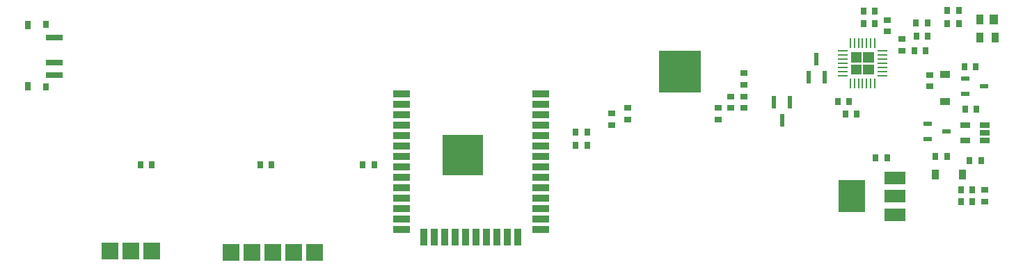
<source format=gtp>
G04*
G04 #@! TF.GenerationSoftware,Altium Limited,Altium Designer,19.0.14 (431)*
G04*
G04 Layer_Color=8421504*
%FSLAX44Y44*%
%MOMM*%
G71*
G01*
G75*
%ADD19R,0.9140X1.2190*%
%ADD20R,2.0000X2.0000*%
%ADD21R,0.8000X0.9000*%
%ADD22R,0.9000X1.3000*%
%ADD23R,1.1000X1.3000*%
%ADD24R,0.9000X0.8000*%
%ADD25R,0.2032X1.2000*%
%ADD26R,1.2000X0.2032*%
%ADD27R,5.1000X5.1000*%
%ADD28R,1.0500X0.6000*%
%ADD29R,2.5000X1.5000*%
%ADD30R,3.2500X4.0000*%
%ADD31R,0.6000X1.6000*%
%ADD32R,1.2190X0.9140*%
%ADD33R,1.3000X0.7000*%
%ADD34R,2.0000X0.9000*%
%ADD35R,0.9000X2.0000*%
%ADD36R,5.0000X5.0000*%
%ADD37R,2.0000X0.8001*%
%ADD38R,0.8001X1.0000*%
%ADD39R,0.8001X0.8999*%
G36*
X1329625Y1131477D02*
X1316875D01*
Y1143866D01*
X1329625D01*
Y1131477D01*
D02*
G37*
G36*
X1315125Y1131116D02*
X1302375D01*
Y1143866D01*
X1315125D01*
Y1131116D01*
D02*
G37*
G36*
X1329625Y1116616D02*
X1316875D01*
Y1129005D01*
X1329625D01*
Y1116616D01*
D02*
G37*
G36*
X1315125D02*
X1302375D01*
Y1129005D01*
X1315125D01*
Y1116616D01*
D02*
G37*
G36*
X845561Y1002471D02*
X813893D01*
Y1034161D01*
X845561D01*
Y1002471D01*
D02*
G37*
D19*
X1437383Y995000D02*
D03*
X1404617D02*
D03*
D20*
X598800Y900000D02*
D03*
X573400D02*
D03*
X548000D02*
D03*
X624200D02*
D03*
X649600D02*
D03*
X451400Y902000D02*
D03*
X426000D02*
D03*
X400600D02*
D03*
D21*
X1440000Y1126000D02*
D03*
X1454000D02*
D03*
X1395250Y1163501D02*
D03*
X1381250D02*
D03*
X1379000Y1145800D02*
D03*
X1393000D02*
D03*
X1395000Y1179501D02*
D03*
X1381000D02*
D03*
X981000Y1046800D02*
D03*
X967000D02*
D03*
X981000Y1030800D02*
D03*
X967000D02*
D03*
X1317000Y1194000D02*
D03*
X1331000D02*
D03*
X1317000Y1179000D02*
D03*
X1331000D02*
D03*
X1332000Y1015000D02*
D03*
X1346000D02*
D03*
X1419250Y1178750D02*
D03*
X1433250D02*
D03*
X1449750Y976250D02*
D03*
X1435750D02*
D03*
X1435750Y962000D02*
D03*
X1449750D02*
D03*
X1433000Y1195000D02*
D03*
X1419000D02*
D03*
X1285759Y1084117D02*
D03*
X1299759D02*
D03*
X1295000Y1068726D02*
D03*
X1309000D02*
D03*
X1446250Y1012000D02*
D03*
X1460250D02*
D03*
X451500Y1007000D02*
D03*
X437500D02*
D03*
X597000D02*
D03*
X583000D02*
D03*
X722000D02*
D03*
X708000D02*
D03*
X1418750Y1017000D02*
D03*
X1404750D02*
D03*
X1440750Y1074750D02*
D03*
X1454750D02*
D03*
D22*
X1477306Y1161694D02*
D03*
X1458306D02*
D03*
Y1183694D02*
D03*
D23*
X1475306D02*
D03*
D24*
X1346000Y1183000D02*
D03*
Y1169000D02*
D03*
X1364000Y1159800D02*
D03*
Y1145800D02*
D03*
X1155750Y1075750D02*
D03*
Y1089750D02*
D03*
X1464750Y975950D02*
D03*
Y961950D02*
D03*
X1172000Y1118500D02*
D03*
Y1104500D02*
D03*
X1140000Y1076000D02*
D03*
Y1062000D02*
D03*
X1397500Y1102000D02*
D03*
Y1116000D02*
D03*
X1172000Y1090000D02*
D03*
Y1076000D02*
D03*
X1011000Y1069000D02*
D03*
Y1055000D02*
D03*
X1030000Y1076000D02*
D03*
Y1062000D02*
D03*
D25*
X1331000Y1105741D02*
D03*
X1326000D02*
D03*
X1321000D02*
D03*
X1316000D02*
D03*
X1311000D02*
D03*
X1306000D02*
D03*
X1301000D02*
D03*
Y1154741D02*
D03*
X1306000D02*
D03*
X1311000D02*
D03*
X1316000D02*
D03*
X1321000D02*
D03*
X1326000D02*
D03*
X1331000D02*
D03*
D26*
X1291500Y1115241D02*
D03*
Y1120241D02*
D03*
Y1125241D02*
D03*
Y1130241D02*
D03*
Y1135241D02*
D03*
Y1140241D02*
D03*
Y1145241D02*
D03*
X1340500D02*
D03*
Y1140241D02*
D03*
Y1135241D02*
D03*
Y1130241D02*
D03*
Y1125241D02*
D03*
Y1120241D02*
D03*
Y1115241D02*
D03*
D27*
X1094000Y1120000D02*
D03*
D28*
X1395250Y1056750D02*
D03*
Y1037750D02*
D03*
X1418250Y1047250D02*
D03*
X1463750Y1102250D02*
D03*
X1440750Y1092750D02*
D03*
Y1111750D02*
D03*
D29*
X1355250Y945750D02*
D03*
Y968250D02*
D03*
Y990750D02*
D03*
D30*
X1302750Y968250D02*
D03*
D31*
X1260000Y1135499D02*
D03*
X1269500Y1113499D02*
D03*
X1250500D02*
D03*
X1218000Y1061000D02*
D03*
X1208500Y1083000D02*
D03*
X1227500D02*
D03*
D32*
X1416250Y1084117D02*
D03*
Y1116883D02*
D03*
D33*
X1441000Y1036000D02*
D03*
Y1055000D02*
D03*
X1465000D02*
D03*
Y1045500D02*
D03*
Y1036000D02*
D03*
D34*
X924750Y1093350D02*
D03*
Y1080650D02*
D03*
Y1067950D02*
D03*
Y1055250D02*
D03*
Y1042550D02*
D03*
Y1029850D02*
D03*
Y1017150D02*
D03*
Y1004450D02*
D03*
Y991750D02*
D03*
Y979050D02*
D03*
Y966350D02*
D03*
Y953650D02*
D03*
Y940950D02*
D03*
Y928250D02*
D03*
X754750D02*
D03*
Y940950D02*
D03*
Y953650D02*
D03*
Y966350D02*
D03*
Y979050D02*
D03*
Y991750D02*
D03*
Y1004450D02*
D03*
Y1017150D02*
D03*
Y1029850D02*
D03*
Y1042550D02*
D03*
Y1055250D02*
D03*
Y1067950D02*
D03*
Y1080650D02*
D03*
Y1093350D02*
D03*
D35*
X896900Y918250D02*
D03*
X884200D02*
D03*
X871500D02*
D03*
X858800D02*
D03*
X846100D02*
D03*
X833400D02*
D03*
X820700D02*
D03*
X808000D02*
D03*
X795300D02*
D03*
X782600D02*
D03*
D36*
X829750Y1018350D02*
D03*
D37*
X332501Y1116269D02*
D03*
Y1161270D02*
D03*
Y1131270D02*
D03*
D38*
X300250Y1101999D02*
D03*
Y1177001D02*
D03*
D39*
X322750Y1101499D02*
D03*
Y1177501D02*
D03*
M02*

</source>
